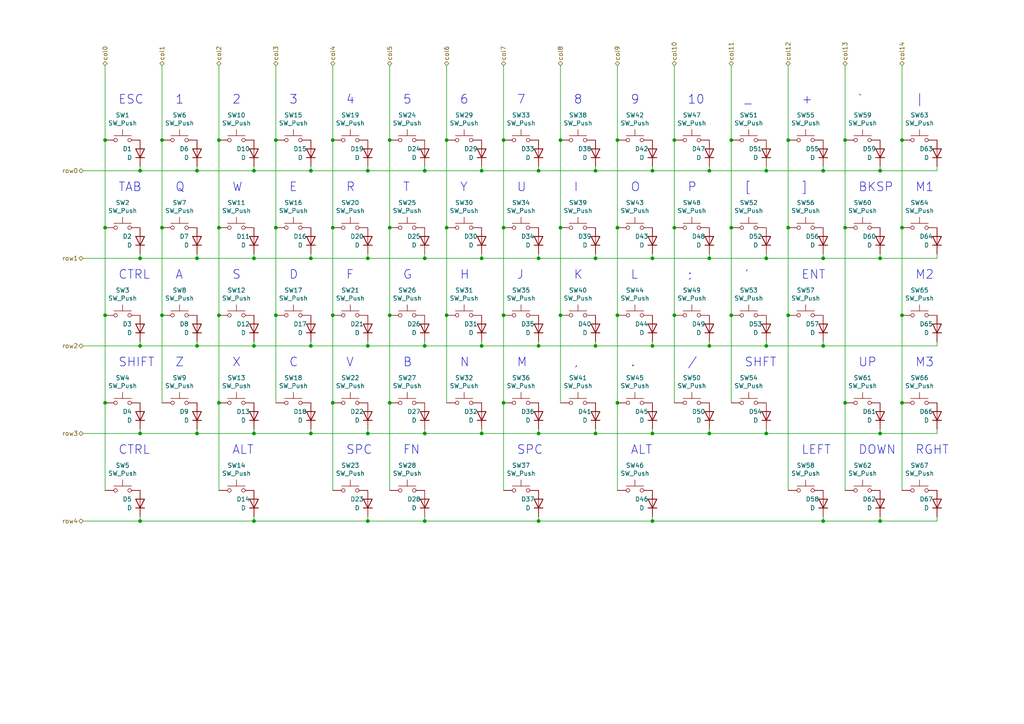
<source format=kicad_sch>
(kicad_sch (version 20230121) (generator eeschema)
  (paper "A4")
  (junction (at 57.15 100.33))
  (junction (at 96.52 40.64))
  (junction (at 162.56 40.64))
  (junction (at 156.21 100.33))
  (junction (at 172.72 74.93))
  (junction (at 46.99 40.64))
  (junction (at 238.76 74.93))
  (junction (at 172.72 100.33))
  (junction (at 222.25 100.33))
  (junction (at 212.09 40.64))
  (junction (at 63.5 66.04))
  (junction (at 245.11 40.64))
  (junction (at 195.58 66.04))
  (junction (at 80.01 66.04))
  (junction (at 212.09 66.04))
  (junction (at 73.66 100.33))
  (junction (at 156.21 49.53))
  (junction (at 80.01 91.44))
  (junction (at 46.99 91.44))
  (junction (at 63.5 91.44))
  (junction (at 106.68 151.13))
  (junction (at 106.68 49.53))
  (junction (at 205.74 125.73))
  (junction (at 162.56 91.44))
  (junction (at 139.7 125.73))
  (junction (at 189.23 151.13))
  (junction (at 255.27 125.73))
  (junction (at 139.7 74.93))
  (junction (at 96.52 91.44))
  (junction (at 90.17 74.93))
  (junction (at 261.62 66.04))
  (junction (at 146.05 66.04))
  (junction (at 179.07 66.04))
  (junction (at 261.62 91.44))
  (junction (at 255.27 151.13))
  (junction (at 238.76 49.53))
  (junction (at 90.17 49.53))
  (junction (at 195.58 91.44))
  (junction (at 139.7 100.33))
  (junction (at 189.23 49.53))
  (junction (at 189.23 125.73))
  (junction (at 96.52 66.04))
  (junction (at 228.6 66.04))
  (junction (at 205.74 74.93))
  (junction (at 106.68 100.33))
  (junction (at 245.11 116.84))
  (junction (at 189.23 74.93))
  (junction (at 162.56 66.04))
  (junction (at 255.27 49.53))
  (junction (at 40.64 74.93))
  (junction (at 90.17 100.33))
  (junction (at 106.68 74.93))
  (junction (at 123.19 100.33))
  (junction (at 63.5 40.64))
  (junction (at 179.07 40.64))
  (junction (at 255.27 74.93))
  (junction (at 106.68 125.73))
  (junction (at 57.15 49.53))
  (junction (at 30.48 91.44))
  (junction (at 146.05 40.64))
  (junction (at 113.03 116.84))
  (junction (at 205.74 49.53))
  (junction (at 123.19 74.93))
  (junction (at 261.62 116.84))
  (junction (at 205.74 100.33))
  (junction (at 113.03 91.44))
  (junction (at 129.54 91.44))
  (junction (at 222.25 125.73))
  (junction (at 30.48 40.64))
  (junction (at 179.07 116.84))
  (junction (at 40.64 151.13))
  (junction (at 30.48 116.84))
  (junction (at 228.6 91.44))
  (junction (at 139.7 49.53))
  (junction (at 172.72 49.53))
  (junction (at 245.11 66.04))
  (junction (at 195.58 40.64))
  (junction (at 156.21 74.93))
  (junction (at 90.17 125.73))
  (junction (at 238.76 151.13))
  (junction (at 46.99 66.04))
  (junction (at 113.03 66.04))
  (junction (at 40.64 100.33))
  (junction (at 222.25 49.53))
  (junction (at 73.66 74.93))
  (junction (at 146.05 116.84))
  (junction (at 73.66 151.13))
  (junction (at 222.25 74.93))
  (junction (at 123.19 49.53))
  (junction (at 57.15 125.73))
  (junction (at 172.72 125.73))
  (junction (at 73.66 49.53))
  (junction (at 129.54 40.64))
  (junction (at 80.01 40.64))
  (junction (at 123.19 151.13))
  (junction (at 212.09 91.44))
  (junction (at 179.07 91.44))
  (junction (at 63.5 116.84))
  (junction (at 30.48 66.04))
  (junction (at 189.23 100.33))
  (junction (at 73.66 125.73))
  (junction (at 96.52 116.84))
  (junction (at 113.03 40.64))
  (junction (at 261.62 40.64))
  (junction (at 129.54 66.04))
  (junction (at 238.76 100.33))
  (junction (at 57.15 74.93))
  (junction (at 40.64 125.73))
  (junction (at 146.05 91.44))
  (junction (at 156.21 125.73))
  (junction (at 228.6 40.64))
  (junction (at 123.19 125.73))
  (junction (at 156.21 151.13))
  (junction (at 40.64 49.53))
  (wire (pts (xy 73.66 125.73) (xy 90.17 125.73)))
  (wire (pts (xy 40.64 48.26) (xy 40.64 49.53)))
  (wire (pts (xy 189.23 48.26) (xy 189.23 49.53)))
  (wire (pts (xy 255.27 149.86) (xy 255.27 151.13)))
  (wire (pts (xy 255.27 73.66) (xy 255.27 74.93)))
  (wire (pts (xy 238.76 151.13) (xy 255.27 151.13)))
  (wire (pts (xy 123.19 124.46) (xy 123.19 125.73)))
  (wire (pts (xy 123.19 49.53) (xy 139.7 49.53)))
  (wire (pts (xy 73.66 149.86) (xy 73.66 151.13)))
  (wire (pts (xy 205.74 100.33) (xy 222.25 100.33)))
  (wire (pts (xy 172.72 125.73) (xy 189.23 125.73)))
  (wire (pts (xy 195.58 40.64) (xy 195.58 66.04)))
  (wire (pts (xy 271.78 99.06) (xy 271.78 100.33)))
  (wire (pts (xy 90.17 74.93) (xy 106.68 74.93)))
  (wire (pts (xy 139.7 48.26) (xy 139.7 49.53)))
  (wire (pts (xy 212.09 19.05) (xy 212.09 40.64)))
  (wire (pts (xy 40.64 149.86) (xy 40.64 151.13)))
  (wire (pts (xy 212.09 66.04) (xy 212.09 91.44)))
  (wire (pts (xy 139.7 74.93) (xy 156.21 74.93)))
  (wire (pts (xy 129.54 66.04) (xy 129.54 91.44)))
  (wire (pts (xy 90.17 48.26) (xy 90.17 49.53)))
  (wire (pts (xy 245.11 40.64) (xy 245.11 66.04)))
  (wire (pts (xy 205.74 49.53) (xy 222.25 49.53)))
  (wire (pts (xy 40.64 124.46) (xy 40.64 125.73)))
  (wire (pts (xy 212.09 40.64) (xy 212.09 66.04)))
  (wire (pts (xy 106.68 151.13) (xy 123.19 151.13)))
  (wire (pts (xy 57.15 125.73) (xy 73.66 125.73)))
  (wire (pts (xy 129.54 40.64) (xy 129.54 66.04)))
  (wire (pts (xy 73.66 48.26) (xy 73.66 49.53)))
  (wire (pts (xy 261.62 19.05) (xy 261.62 40.64)))
  (wire (pts (xy 63.5 116.84) (xy 63.5 142.24)))
  (wire (pts (xy 261.62 66.04) (xy 261.62 91.44)))
  (wire (pts (xy 57.15 73.66) (xy 57.15 74.93)))
  (wire (pts (xy 156.21 74.93) (xy 172.72 74.93)))
  (wire (pts (xy 96.52 40.64) (xy 96.52 66.04)))
  (wire (pts (xy 90.17 49.53) (xy 106.68 49.53)))
  (wire (pts (xy 46.99 66.04) (xy 46.99 91.44)))
  (wire (pts (xy 189.23 149.86) (xy 189.23 151.13)))
  (wire (pts (xy 156.21 151.13) (xy 189.23 151.13)))
  (wire (pts (xy 238.76 74.93) (xy 255.27 74.93)))
  (wire (pts (xy 271.78 124.46) (xy 271.78 125.73)))
  (wire (pts (xy 63.5 40.64) (xy 63.5 66.04)))
  (wire (pts (xy 123.19 99.06) (xy 123.19 100.33)))
  (wire (pts (xy 106.68 100.33) (xy 123.19 100.33)))
  (wire (pts (xy 238.76 73.66) (xy 238.76 74.93)))
  (wire (pts (xy 96.52 91.44) (xy 96.52 116.84)))
  (wire (pts (xy 24.13 125.73) (xy 40.64 125.73)))
  (wire (pts (xy 146.05 116.84) (xy 146.05 142.24)))
  (wire (pts (xy 162.56 40.64) (xy 162.56 66.04)))
  (wire (pts (xy 179.07 40.64) (xy 179.07 66.04)))
  (wire (pts (xy 195.58 91.44) (xy 195.58 116.84)))
  (wire (pts (xy 113.03 116.84) (xy 113.03 142.24)))
  (wire (pts (xy 30.48 19.05) (xy 30.48 40.64)))
  (wire (pts (xy 179.07 19.05) (xy 179.07 40.64)))
  (wire (pts (xy 228.6 66.04) (xy 228.6 91.44)))
  (wire (pts (xy 189.23 73.66) (xy 189.23 74.93)))
  (wire (pts (xy 189.23 124.46) (xy 189.23 125.73)))
  (wire (pts (xy 90.17 100.33) (xy 106.68 100.33)))
  (wire (pts (xy 172.72 74.93) (xy 189.23 74.93)))
  (wire (pts (xy 146.05 66.04) (xy 146.05 91.44)))
  (wire (pts (xy 30.48 66.04) (xy 30.48 91.44)))
  (wire (pts (xy 113.03 66.04) (xy 113.03 91.44)))
  (wire (pts (xy 195.58 66.04) (xy 195.58 91.44)))
  (wire (pts (xy 40.64 74.93) (xy 57.15 74.93)))
  (wire (pts (xy 24.13 74.93) (xy 40.64 74.93)))
  (wire (pts (xy 205.74 74.93) (xy 222.25 74.93)))
  (wire (pts (xy 156.21 100.33) (xy 172.72 100.33)))
  (wire (pts (xy 195.58 19.05) (xy 195.58 40.64)))
  (wire (pts (xy 189.23 49.53) (xy 205.74 49.53)))
  (wire (pts (xy 106.68 49.53) (xy 123.19 49.53)))
  (wire (pts (xy 189.23 99.06) (xy 189.23 100.33)))
  (wire (pts (xy 106.68 149.86) (xy 106.68 151.13)))
  (wire (pts (xy 222.25 49.53) (xy 238.76 49.53)))
  (wire (pts (xy 30.48 91.44) (xy 30.48 116.84)))
  (wire (pts (xy 80.01 19.05) (xy 80.01 40.64)))
  (wire (pts (xy 24.13 151.13) (xy 40.64 151.13)))
  (wire (pts (xy 222.25 48.26) (xy 222.25 49.53)))
  (wire (pts (xy 57.15 100.33) (xy 73.66 100.33)))
  (wire (pts (xy 162.56 66.04) (xy 162.56 91.44)))
  (wire (pts (xy 228.6 40.64) (xy 228.6 66.04)))
  (wire (pts (xy 255.27 49.53) (xy 271.78 49.53)))
  (wire (pts (xy 172.72 48.26) (xy 172.72 49.53)))
  (wire (pts (xy 238.76 149.86) (xy 238.76 151.13)))
  (wire (pts (xy 24.13 49.53) (xy 40.64 49.53)))
  (wire (pts (xy 156.21 49.53) (xy 172.72 49.53)))
  (wire (pts (xy 189.23 100.33) (xy 205.74 100.33)))
  (wire (pts (xy 40.64 125.73) (xy 57.15 125.73)))
  (wire (pts (xy 245.11 66.04) (xy 245.11 116.84)))
  (wire (pts (xy 222.25 74.93) (xy 238.76 74.93)))
  (wire (pts (xy 46.99 91.44) (xy 46.99 116.84)))
  (wire (pts (xy 139.7 73.66) (xy 139.7 74.93)))
  (wire (pts (xy 123.19 74.93) (xy 139.7 74.93)))
  (wire (pts (xy 255.27 48.26) (xy 255.27 49.53)))
  (wire (pts (xy 90.17 124.46) (xy 90.17 125.73)))
  (wire (pts (xy 238.76 49.53) (xy 255.27 49.53)))
  (wire (pts (xy 113.03 40.64) (xy 113.03 66.04)))
  (wire (pts (xy 139.7 100.33) (xy 156.21 100.33)))
  (wire (pts (xy 162.56 19.05) (xy 162.56 40.64)))
  (wire (pts (xy 123.19 48.26) (xy 123.19 49.53)))
  (wire (pts (xy 40.64 100.33) (xy 57.15 100.33)))
  (wire (pts (xy 57.15 49.53) (xy 73.66 49.53)))
  (wire (pts (xy 156.21 73.66) (xy 156.21 74.93)))
  (wire (pts (xy 63.5 91.44) (xy 63.5 116.84)))
  (wire (pts (xy 172.72 100.33) (xy 189.23 100.33)))
  (wire (pts (xy 205.74 124.46) (xy 205.74 125.73)))
  (wire (pts (xy 255.27 151.13) (xy 271.78 151.13)))
  (wire (pts (xy 73.66 99.06) (xy 73.66 100.33)))
  (wire (pts (xy 261.62 91.44) (xy 261.62 116.84)))
  (wire (pts (xy 90.17 125.73) (xy 106.68 125.73)))
  (wire (pts (xy 57.15 99.06) (xy 57.15 100.33)))
  (wire (pts (xy 271.78 73.66) (xy 271.78 74.93)))
  (wire (pts (xy 123.19 125.73) (xy 139.7 125.73)))
  (wire (pts (xy 96.52 116.84) (xy 96.52 142.24)))
  (wire (pts (xy 123.19 149.86) (xy 123.19 151.13)))
  (wire (pts (xy 139.7 125.73) (xy 156.21 125.73)))
  (wire (pts (xy 113.03 19.05) (xy 113.03 40.64)))
  (wire (pts (xy 40.64 73.66) (xy 40.64 74.93)))
  (wire (pts (xy 139.7 99.06) (xy 139.7 100.33)))
  (wire (pts (xy 57.15 48.26) (xy 57.15 49.53)))
  (wire (pts (xy 30.48 116.84) (xy 30.48 142.24)))
  (wire (pts (xy 261.62 40.64) (xy 261.62 66.04)))
  (wire (pts (xy 40.64 151.13) (xy 73.66 151.13)))
  (wire (pts (xy 80.01 91.44) (xy 80.01 116.84)))
  (wire (pts (xy 212.09 91.44) (xy 212.09 116.84)))
  (wire (pts (xy 106.68 73.66) (xy 106.68 74.93)))
  (wire (pts (xy 238.76 48.26) (xy 238.76 49.53)))
  (wire (pts (xy 63.5 19.05) (xy 63.5 40.64)))
  (wire (pts (xy 245.11 19.05) (xy 245.11 40.64)))
  (wire (pts (xy 40.64 99.06) (xy 40.64 100.33)))
  (wire (pts (xy 106.68 124.46) (xy 106.68 125.73)))
  (wire (pts (xy 156.21 48.26) (xy 156.21 49.53)))
  (wire (pts (xy 73.66 151.13) (xy 106.68 151.13)))
  (wire (pts (xy 73.66 74.93) (xy 90.17 74.93)))
  (wire (pts (xy 205.74 48.26) (xy 205.74 49.53)))
  (wire (pts (xy 146.05 40.64) (xy 146.05 66.04)))
  (wire (pts (xy 172.72 124.46) (xy 172.72 125.73)))
  (wire (pts (xy 156.21 99.06) (xy 156.21 100.33)))
  (wire (pts (xy 73.66 49.53) (xy 90.17 49.53)))
  (wire (pts (xy 156.21 149.86) (xy 156.21 151.13)))
  (wire (pts (xy 80.01 40.64) (xy 80.01 66.04)))
  (wire (pts (xy 106.68 74.93) (xy 123.19 74.93)))
  (wire (pts (xy 129.54 19.05) (xy 129.54 40.64)))
  (wire (pts (xy 46.99 19.05) (xy 46.99 40.64)))
  (wire (pts (xy 228.6 19.05) (xy 228.6 40.64)))
  (wire (pts (xy 222.25 124.46) (xy 222.25 125.73)))
  (wire (pts (xy 96.52 19.05) (xy 96.52 40.64)))
  (wire (pts (xy 90.17 99.06) (xy 90.17 100.33)))
  (wire (pts (xy 238.76 99.06) (xy 238.76 100.33)))
  (wire (pts (xy 189.23 151.13) (xy 238.76 151.13)))
  (wire (pts (xy 172.72 99.06) (xy 172.72 100.33)))
  (wire (pts (xy 261.62 116.84) (xy 261.62 142.24)))
  (wire (pts (xy 205.74 125.73) (xy 222.25 125.73)))
  (wire (pts (xy 57.15 74.93) (xy 73.66 74.93)))
  (wire (pts (xy 73.66 124.46) (xy 73.66 125.73)))
  (wire (pts (xy 172.72 73.66) (xy 172.72 74.93)))
  (wire (pts (xy 24.13 100.33) (xy 40.64 100.33)))
  (wire (pts (xy 255.27 74.93) (xy 271.78 74.93)))
  (wire (pts (xy 30.48 40.64) (xy 30.48 66.04)))
  (wire (pts (xy 139.7 49.53) (xy 156.21 49.53)))
  (wire (pts (xy 255.27 124.46) (xy 255.27 125.73)))
  (wire (pts (xy 271.78 48.26) (xy 271.78 49.53)))
  (wire (pts (xy 80.01 66.04) (xy 80.01 91.44)))
  (wire (pts (xy 189.23 74.93) (xy 205.74 74.93)))
  (wire (pts (xy 57.15 124.46) (xy 57.15 125.73)))
  (wire (pts (xy 63.5 66.04) (xy 63.5 91.44)))
  (wire (pts (xy 238.76 100.33) (xy 271.78 100.33)))
  (wire (pts (xy 162.56 91.44) (xy 162.56 116.84)))
  (wire (pts (xy 123.19 73.66) (xy 123.19 74.93)))
  (wire (pts (xy 271.78 149.86) (xy 271.78 151.13)))
  (wire (pts (xy 139.7 124.46) (xy 139.7 125.73)))
  (wire (pts (xy 106.68 48.26) (xy 106.68 49.53)))
  (wire (pts (xy 222.25 100.33) (xy 238.76 100.33)))
  (wire (pts (xy 179.07 116.84) (xy 179.07 142.24)))
  (wire (pts (xy 106.68 125.73) (xy 123.19 125.73)))
  (wire (pts (xy 146.05 19.05) (xy 146.05 40.64)))
  (wire (pts (xy 179.07 66.04) (xy 179.07 91.44)))
  (wire (pts (xy 205.74 73.66) (xy 205.74 74.93)))
  (wire (pts (xy 96.52 66.04) (xy 96.52 91.44)))
  (wire (pts (xy 46.99 40.64) (xy 46.99 66.04)))
  (wire (pts (xy 90.17 73.66) (xy 90.17 74.93)))
  (wire (pts (xy 129.54 91.44) (xy 129.54 116.84)))
  (wire (pts (xy 113.03 91.44) (xy 113.03 116.84)))
  (wire (pts (xy 189.23 125.73) (xy 205.74 125.73)))
  (wire (pts (xy 228.6 91.44) (xy 228.6 142.24)))
  (wire (pts (xy 172.72 49.53) (xy 189.23 49.53)))
  (wire (pts (xy 255.27 125.73) (xy 271.78 125.73)))
  (wire (pts (xy 179.07 91.44) (xy 179.07 116.84)))
  (wire (pts (xy 106.68 99.06) (xy 106.68 100.33)))
  (wire (pts (xy 123.19 151.13) (xy 156.21 151.13)))
  (wire (pts (xy 222.25 125.73) (xy 255.27 125.73)))
  (wire (pts (xy 73.66 100.33) (xy 90.17 100.33)))
  (wire (pts (xy 73.66 73.66) (xy 73.66 74.93)))
  (wire (pts (xy 222.25 99.06) (xy 222.25 100.33)))
  (wire (pts (xy 156.21 124.46) (xy 156.21 125.73)))
  (wire (pts (xy 123.19 100.33) (xy 139.7 100.33)))
  (wire (pts (xy 222.25 73.66) (xy 222.25 74.93)))
  (wire (pts (xy 205.74 99.06) (xy 205.74 100.33)))
  (wire (pts (xy 40.64 49.53) (xy 57.15 49.53)))
  (wire (pts (xy 146.05 91.44) (xy 146.05 116.84)))
  (wire (pts (xy 156.21 125.73) (xy 172.72 125.73)))
  (wire (pts (xy 245.11 116.84) (xy 245.11 142.24)))
  (text "M3" (at 265.43 106.68 0) (effects (font (size 2.54 2.54)) (justify left bottom)))
  (text "S" (at 67.31 81.28 0) (effects (font (size 2.54 2.54)) (justify left bottom)))
  (text "8" (at 166.37 30.48 0) (effects (font (size 2.54 2.54)) (justify left bottom)))
  (text "V" (at 100.33 106.68 0) (effects (font (size 2.54 2.54)) (justify left bottom)))
  (text "1" (at 50.8 30.48 0) (effects (font (size 2.54 2.54)) (justify left bottom)))
  (text "_" (at 215.9 30.48 0) (effects (font (size 2.54 2.54)) (justify left bottom)))
  (text "+" (at 232.41 30.48 0) (effects (font (size 2.54 2.54)) (justify left bottom)))
  (text "SHFT" (at 215.9 106.68 0) (effects (font (size 2.54 2.54)) (justify left bottom)))
  (text "9" (at 182.88 30.48 0) (effects (font (size 2.54 2.54)) (justify left bottom)))
  (text "I" (at 166.37 55.88 0) (effects (font (size 2.54 2.54)) (justify left bottom)))
  (text ".\n" (at 182.88 106.68 0) (effects (font (size 2.54 2.54)) (justify left bottom)))
  (text "5" (at 116.84 30.48 0) (effects (font (size 2.54 2.54)) (justify left bottom)))
  (text "'" (at 215.9 81.28 0) (effects (font (size 2.54 2.54)) (justify left bottom)))
  (text "F" (at 100.33 81.28 0) (effects (font (size 2.54 2.54)) (justify left bottom)))
  (text "/" (at 199.39 106.68 0) (effects (font (size 2.54 2.54)) (justify left bottom)))
  (text "O" (at 182.88 55.88 0) (effects (font (size 2.54 2.54)) (justify left bottom)))
  (text "G" (at 116.84 81.28 0) (effects (font (size 2.54 2.54)) (justify left bottom)))
  (text "D" (at 83.82 81.28 0) (effects (font (size 2.54 2.54)) (justify left bottom)))
  (text "UP" (at 248.92 106.68 0) (effects (font (size 2.54 2.54)) (justify left bottom)))
  (text "M2" (at 265.43 81.28 0) (effects (font (size 2.54 2.54)) (justify left bottom)))
  (text "7" (at 149.86 30.48 0) (effects (font (size 2.54 2.54)) (justify left bottom)))
  (text "X" (at 67.31 106.68 0) (effects (font (size 2.54 2.54)) (justify left bottom)))
  (text "SPC" (at 100.33 132.08 0) (effects (font (size 2.54 2.54)) (justify left bottom)))
  (text "ALT" (at 67.31 132.08 0) (effects (font (size 2.54 2.54)) (justify left bottom)))
  (text "|" (at 265.43 30.48 0) (effects (font (size 2.54 2.54)) (justify left bottom)))
  (text "Q" (at 50.8 55.88 0) (effects (font (size 2.54 2.54)) (justify left bottom)))
  (text "CTRL" (at 34.29 132.08 0) (effects (font (size 2.54 2.54)) (justify left bottom)))
  (text "N" (at 133.35 106.68 0) (effects (font (size 2.54 2.54)) (justify left bottom)))
  (text "ESC" (at 34.29 30.48 0) (effects (font (size 2.54 2.54)) (justify left bottom)))
  (text "10" (at 199.39 30.48 0) (effects (font (size 2.54 2.54)) (justify left bottom)))
  (text "E" (at 83.82 55.88 0) (effects (font (size 2.54 2.54)) (justify left bottom)))
  (text "TAB" (at 34.29 55.88 0) (effects (font (size 2.54 2.54)) (justify left bottom)))
  (text ";" (at 199.39 81.28 0) (effects (font (size 2.54 2.54)) (justify left bottom)))
  (text "SPC" (at 149.86 132.08 0) (effects (font (size 2.54 2.54)) (justify left bottom)))
  (text "W" (at 67.31 55.88 0) (effects (font (size 2.54 2.54)) (justify left bottom)))
  (text "3" (at 83.82 30.48 0) (effects (font (size 2.54 2.54)) (justify left bottom)))
  (text "4" (at 100.33 30.48 0) (effects (font (size 2.54 2.54)) (justify left bottom)))
  (text "R" (at 100.33 55.88 0) (effects (font (size 2.54 2.54)) (justify left bottom)))
  (text "U" (at 149.86 55.88 0) (effects (font (size 2.54 2.54)) (justify left bottom)))
  (text "L" (at 182.88 81.28 0) (effects (font (size 2.54 2.54)) (justify left bottom)))
  (text "2" (at 67.31 30.48 0) (effects (font (size 2.54 2.54)) (justify left bottom)))
  (text "ALT" (at 182.88 132.08 0) (effects (font (size 2.54 2.54)) (justify left bottom)))
  (text "T" (at 116.84 55.88 0) (effects (font (size 2.54 2.54)) (justify left bottom)))
  (text "," (at 166.37 106.68 0) (effects (font (size 2.54 2.54)) (justify left bottom)))
  (text "K" (at 166.37 81.28 0) (effects (font (size 2.54 2.54)) (justify left bottom)))
  (text "SHIFT" (at 34.29 106.68 0) (effects (font (size 2.54 2.54)) (justify left bottom)))
  (text "`" (at 248.92 30.48 0) (effects (font (size 2.54 2.54)) (justify left bottom)))
  (text "M1" (at 265.43 55.88 0) (effects (font (size 2.54 2.54)) (justify left bottom)))
  (text "BKSP" (at 248.92 55.88 0) (effects (font (size 2.54 2.54)) (justify left bottom)))
  (text "H" (at 133.35 81.28 0) (effects (font (size 2.54 2.54)) (justify left bottom)))
  (text "C" (at 83.82 106.68 0) (effects (font (size 2.54 2.54)) (justify left bottom)))
  (text "LEFT" (at 232.41 132.08 0) (effects (font (size 2.54 2.54)) (justify left bottom)))
  (text "6" (at 133.35 30.48 0) (effects (font (size 2.54 2.54)) (justify left bottom)))
  (text "B" (at 116.84 106.68 0) (effects (font (size 2.54 2.54)) (justify left bottom)))
  (text "Y" (at 133.35 55.88 0) (effects (font (size 2.54 2.54)) (justify left bottom)))
  (text "CTRL" (at 34.29 81.28 0) (effects (font (size 2.54 2.54)) (justify left bottom)))
  (text "[" (at 215.9 55.88 0) (effects (font (size 2.54 2.54)) (justify left bottom)))
  (text "Z" (at 50.8 106.68 0) (effects (font (size 2.54 2.54)) (justify left bottom)))
  (text "A" (at 50.8 81.28 0) (effects (font (size 2.54 2.54)) (justify left bottom)))
  (text "M" (at 149.86 106.68 0) (effects (font (size 2.54 2.54)) (justify left bottom)))
  (text "P" (at 199.39 55.88 0) (effects (font (size 2.54 2.54)) (justify left bottom)))
  (text "J" (at 149.86 81.28 0) (effects (font (size 2.54 2.54)) (justify left bottom)))
  (text "RGHT\n" (at 265.43 132.08 0) (effects (font (size 2.54 2.54)) (justify left bottom)))
  (text "]" (at 232.41 55.88 0) (effects (font (size 2.54 2.54)) (justify left bottom)))
  (text "DOWN" (at 248.92 132.08 0) (effects (font (size 2.54 2.54)) (justify left bottom)))
  (text "ENT" (at 232.41 81.28 0) (effects (font (size 2.54 2.54)) (justify left bottom)))
  (text "FN" (at 116.84 132.08 0) (effects (font (size 2.54 2.54)) (justify left bottom)))
  (hierarchical_label "col9" (shape tri_state) (at 179.07 19.05 90))
  (hierarchical_label "row3" (shape tri_state) (at 24.13 125.73 180))
  (hierarchical_label "row4" (shape tri_state) (at 24.13 151.13 180))
  (hierarchical_label "row0" (shape tri_state) (at 24.13 49.53 180))
  (hierarchical_label "col7" (shape tri_state) (at 146.05 19.05 90))
  (hierarchical_label "row1" (shape tri_state) (at 24.13 74.93 180))
  (hierarchical_label "col5" (shape tri_state) (at 113.03 19.05 90))
  (hierarchical_label "row2" (shape tri_state) (at 24.13 100.33 180))
  (hierarchical_label "col8" (shape tri_state) (at 162.56 19.05 90))
  (hierarchical_label "col13" (shape tri_state) (at 245.11 19.05 90))
  (hierarchical_label "col10" (shape tri_state) (at 195.58 19.05 90))
  (hierarchical_label "col4" (shape tri_state) (at 96.52 19.05 90))
  (hierarchical_label "col6" (shape tri_state) (at 129.54 19.05 90))
  (hierarchical_label "col11" (shape tri_state) (at 212.09 19.05 90))
  (hierarchical_label "col3" (shape tri_state) (at 80.01 19.05 90))
  (hierarchical_label "col0" (shape tri_state) (at 30.48 19.05 90))
  (hierarchical_label "col1" (shape tri_state) (at 46.99 19.05 90))
  (hierarchical_label "col14" (shape tri_state) (at 261.62 19.05 90))
  (hierarchical_label "col12" (shape tri_state) (at 228.6 19.05 90))
  (hierarchical_label "col2" (shape tri_state) (at 63.5 19.05 90))
  (symbol (lib_id "Switch:SW_Push") (at 35.56 40.64 0) (unit 1)
    (property "Reference" "SW1" (at 35.56 33.401 0))
    (property "Value" "SW_Push" (at 35.56 35.7124 0))
    (property "Footprint" "MX_Switch:SW_Cherry_MX_1.00u_PCB" (effects hide))
  )
  (symbol (lib_id "Device:D") (at 40.64 44.45 90) (unit 1)
    (property "Reference" "D1" (at 35.56 43.18 90) (effects (justify right)))
    (property "Value" "D" (at 36.83 45.72 90) (effects (justify right)))
    (property "Footprint" "Diodes_SMD:D_SOD-123" (effects hide))
  )
  (symbol (lib_id "Switch:SW_Push") (at 52.07 40.64 0) (unit 1)
    (property "Reference" "SW6" (at 52.07 33.401 0))
    (property "Value" "SW_Push" (at 52.07 35.7124 0))
    (property "Footprint" "MX_Switch:SW_Cherry_MX_1.00u_PCB" (effects hide))
  )
  (symbol (lib_id "Switch:SW_Push") (at 35.56 66.04 0) (unit 1)
    (property "Reference" "SW2" (at 35.56 58.801 0))
    (property "Value" "SW_Push" (at 35.56 61.1124 0))
    (property "Footprint" "MX_Switch:SW_Cherry_MX_1.50u_PCB" (effects hide))
  )
  (symbol (lib_id "Device:D") (at 40.64 69.85 90) (unit 1)
    (property "Reference" "D2" (at 35.56 68.58 90) (effects (justify right)))
    (property "Value" "D" (at 36.83 71.12 90) (effects (justify right)))
    (property "Footprint" "Diodes_SMD:D_SOD-123" (effects hide))
  )
  (symbol (lib_id "Device:D") (at 57.15 44.45 90) (unit 1)
    (property "Reference" "D6" (at 52.07 43.18 90) (effects (justify right)))
    (property "Value" "D" (at 53.34 45.72 90) (effects (justify right)))
    (property "Footprint" "Diodes_SMD:D_SOD-123" (effects hide))
  )
  (symbol (lib_id "Switch:SW_Push") (at 52.07 66.04 0) (unit 1)
    (property "Reference" "SW7" (at 52.07 58.801 0))
    (property "Value" "SW_Push" (at 52.07 61.1124 0))
    (property "Footprint" "MX_Switch:SW_Cherry_MX_1.00u_PCB" (effects hide))
  )
  (symbol (lib_id "Device:D") (at 57.15 69.85 90) (unit 1)
    (property "Reference" "D7" (at 52.07 68.58 90) (effects (justify right)))
    (property "Value" "D" (at 53.34 71.12 90) (effects (justify right)))
    (property "Footprint" "Diodes_SMD:D_SOD-123" (effects hide))
  )
  (symbol (lib_id "Switch:SW_Push") (at 35.56 91.44 0) (unit 1)
    (property "Reference" "SW3" (at 35.56 84.201 0))
    (property "Value" "SW_Push" (at 35.56 86.5124 0))
    (property "Footprint" "MX_Switch:SW_Cherry_MX_1.75u_PCB" (effects hide))
  )
  (symbol (lib_id "Device:D") (at 40.64 95.25 90) (unit 1)
    (property "Reference" "D3" (at 35.56 93.98 90) (effects (justify right)))
    (property "Value" "D" (at 36.83 96.52 90) (effects (justify right)))
    (property "Footprint" "Diodes_SMD:D_SOD-123" (effects hide))
  )
  (symbol (lib_id "Switch:SW_Push") (at 35.56 116.84 0) (unit 1)
    (property "Reference" "SW4" (at 35.56 109.601 0))
    (property "Value" "SW_Push" (at 35.56 111.9124 0))
    (property "Footprint" "MX_Switch:SW_Cherry_MX_2.25u_PCB" (effects hide))
  )
  (symbol (lib_id "Switch:SW_Push") (at 35.56 142.24 0) (unit 1)
    (property "Reference" "SW5" (at 35.56 135.001 0))
    (property "Value" "SW_Push" (at 35.56 137.3124 0))
    (property "Footprint" "MX_Switch:SW_Cherry_MX_1.50u_PCB" (effects hide))
  )
  (symbol (lib_id "Device:D") (at 40.64 120.65 90) (unit 1)
    (property "Reference" "D4" (at 35.56 119.38 90) (effects (justify right)))
    (property "Value" "D" (at 36.83 121.92 90) (effects (justify right)))
    (property "Footprint" "Diodes_SMD:D_SOD-123" (effects hide))
  )
  (symbol (lib_id "Device:D") (at 40.64 146.05 90) (unit 1)
    (property "Reference" "D5" (at 35.56 144.78 90) (effects (justify right)))
    (property "Value" "D" (at 36.83 147.32 90) (effects (justify right)))
    (property "Footprint" "Diodes_SMD:D_SOD-123" (effects hide))
  )
  (symbol (lib_id "Switch:SW_Push") (at 52.07 91.44 0) (unit 1)
    (property "Reference" "SW8" (at 52.07 84.201 0))
    (property "Value" "SW_Push" (at 52.07 86.5124 0))
    (property "Footprint" "MX_Switch:SW_Cherry_MX_1.00u_PCB" (effects hide))
  )
  (symbol (lib_id "Switch:SW_Push") (at 52.07 116.84 0) (unit 1)
    (property "Reference" "SW9" (at 52.07 109.601 0))
    (property "Value" "SW_Push" (at 52.07 111.9124 0))
    (property "Footprint" "MX_Switch:SW_Cherry_MX_1.00u_PCB" (effects hide))
  )
  (symbol (lib_id "Device:D") (at 57.15 95.25 90) (unit 1)
    (property "Reference" "D8" (at 52.07 93.98 90) (effects (justify right)))
    (property "Value" "D" (at 53.34 96.52 90) (effects (justify right)))
    (property "Footprint" "Diodes_SMD:D_SOD-123" (effects hide))
  )
  (symbol (lib_id "Device:D") (at 57.15 120.65 90) (unit 1)
    (property "Reference" "D9" (at 52.07 119.38 90) (effects (justify right)))
    (property "Value" "D" (at 53.34 121.92 90) (effects (justify right)))
    (property "Footprint" "Diodes_SMD:D_SOD-123" (effects hide))
  )
  (symbol (lib_id "Switch:SW_Push") (at 68.58 40.64 0) (unit 1)
    (property "Reference" "SW10" (at 68.58 33.401 0))
    (property "Value" "SW_Push" (at 68.58 35.7124 0))
    (property "Footprint" "MX_Switch:SW_Cherry_MX_1.00u_PCB" (effects hide))
  )
  (symbol (lib_id "Device:D") (at 73.66 44.45 90) (unit 1)
    (property "Reference" "D10" (at 68.58 43.18 90) (effects (justify right)))
    (property "Value" "D" (at 69.85 45.72 90) (effects (justify right)))
    (property "Footprint" "Diodes_SMD:D_SOD-123" (effects hide))
  )
  (symbol (lib_id "Switch:SW_Push") (at 68.58 66.04 0) (unit 1)
    (property "Reference" "SW11" (at 68.58 58.801 0))
    (property "Value" "SW_Push" (at 68.58 61.1124 0))
    (property "Footprint" "MX_Switch:SW_Cherry_MX_1.00u_PCB" (effects hide))
  )
  (symbol (lib_id "Device:D") (at 73.66 69.85 90) (unit 1)
    (property "Reference" "D11" (at 68.58 68.58 90) (effects (justify right)))
    (property "Value" "D" (at 69.85 71.12 90) (effects (justify right)))
    (property "Footprint" "Diodes_SMD:D_SOD-123" (effects hide))
  )
  (symbol (lib_id "Switch:SW_Push") (at 68.58 91.44 0) (unit 1)
    (property "Reference" "SW12" (at 68.58 84.201 0))
    (property "Value" "SW_Push" (at 68.58 86.5124 0))
    (property "Footprint" "MX_Switch:SW_Cherry_MX_1.00u_PCB" (effects hide))
  )
  (symbol (lib_id "Switch:SW_Push") (at 68.58 116.84 0) (unit 1)
    (property "Reference" "SW13" (at 68.58 109.601 0))
    (property "Value" "SW_Push" (at 68.58 111.9124 0))
    (property "Footprint" "MX_Switch:SW_Cherry_MX_1.00u_PCB" (effects hide))
  )
  (symbol (lib_id "Switch:SW_Push") (at 68.58 142.24 0) (unit 1)
    (property "Reference" "SW14" (at 68.58 135.001 0))
    (property "Value" "SW_Push" (at 68.58 137.3124 0))
    (property "Footprint" "MX_Switch:SW_Cherry_MX_1.50u_PCB" (effects hide))
  )
  (symbol (lib_id "Device:D") (at 73.66 95.25 90) (unit 1)
    (property "Reference" "D12" (at 68.58 93.98 90) (effects (justify right)))
    (property "Value" "D" (at 69.85 96.52 90) (effects (justify right)))
    (property "Footprint" "Diodes_SMD:D_SOD-123" (effects hide))
  )
  (symbol (lib_id "Device:D") (at 73.66 120.65 90) (unit 1)
    (property "Reference" "D13" (at 68.58 119.38 90) (effects (justify right)))
    (property "Value" "D" (at 69.85 121.92 90) (effects (justify right)))
    (property "Footprint" "Diodes_SMD:D_SOD-123" (effects hide))
  )
  (symbol (lib_id "Device:D") (at 73.66 146.05 90) (unit 1)
    (property "Reference" "D14" (at 68.58 144.78 90) (effects (justify right)))
    (property "Value" "D" (at 69.85 147.32 90) (effects (justify right)))
    (property "Footprint" "Diodes_SMD:D_SOD-123" (effects hide))
  )
  (symbol (lib_id "Switch:SW_Push") (at 85.09 40.64 0) (unit 1)
    (property "Reference" "SW15" (at 85.09 33.401 0))
    (property "Value" "SW_Push" (at 85.09 35.7124 0))
    (property "Footprint" "MX_Switch:SW_Cherry_MX_1.00u_PCB" (effects hide))
  )
  (symbol (lib_id "Device:D") (at 90.17 44.45 90) (unit 1)
    (property "Reference" "D15" (at 85.09 43.18 90) (effects (justify right)))
    (property "Value" "D" (at 86.36 45.72 90) (effects (justify right)))
    (property "Footprint" "Diodes_SMD:D_SOD-123" (effects hide))
  )
  (symbol (lib_id "Switch:SW_Push") (at 85.09 66.04 0) (unit 1)
    (property "Reference" "SW16" (at 85.09 58.801 0))
    (property "Value" "SW_Push" (at 85.09 61.1124 0))
    (property "Footprint" "MX_Switch:SW_Cherry_MX_1.00u_PCB" (effects hide))
  )
  (symbol (lib_id "Device:D") (at 90.17 69.85 90) (unit 1)
    (property "Reference" "D16" (at 85.09 68.58 90) (effects (justify right)))
    (property "Value" "D" (at 86.36 71.12 90) (effects (justify right)))
    (property "Footprint" "Diodes_SMD:D_SOD-123" (effects hide))
  )
  (symbol (lib_id "Switch:SW_Push") (at 85.09 91.44 0) (unit 1)
    (property "Reference" "SW17" (at 85.09 84.201 0))
    (property "Value" "SW_Push" (at 85.09 86.5124 0))
    (property "Footprint" "MX_Switch:SW_Cherry_MX_1.00u_PCB" (effects hide))
  )
  (symbol (lib_id "Switch:SW_Push") (at 85.09 116.84 0) (unit 1)
    (property "Reference" "SW18" (at 85.09 109.601 0))
    (property "Value" "SW_Push" (at 85.09 111.9124 0))
    (property "Footprint" "MX_Switch:SW_Cherry_MX_1.00u_PCB" (effects hide))
  )
  (symbol (lib_id "Device:D") (at 90.17 95.25 90) (unit 1)
    (property "Reference" "D17" (at 85.09 93.98 90) (effects (justify right)))
    (property "Value" "D" (at 86.36 96.52 90) (effects (justify right)))
    (property "Footprint" "Diodes_SMD:D_SOD-123" (effects hide))
  )
  (symbol (lib_id "Device:D") (at 90.17 120.65 90) (unit 1)
    (property "Reference" "D18" (at 85.09 119.38 90) (effects (justify right)))
    (property "Value" "D" (at 86.36 121.92 90) (effects (justify right)))
    (property "Footprint" "Diodes_SMD:D_SOD-123" (effects hide))
  )
  (symbol (lib_id "Switch:SW_Push") (at 101.6 40.64 0) (unit 1)
    (property "Reference" "SW19" (at 101.6 33.401 0))
    (property "Value" "SW_Push" (at 101.6 35.7124 0))
    (property "Footprint" "MX_Switch:SW_Cherry_MX_1.00u_PCB" (effects hide))
  )
  (symbol (lib_id "Device:D") (at 106.68 44.45 90) (unit 1)
    (property "Reference" "D19" (at 101.6 43.18 90) (effects (justify right)))
    (property "Value" "D" (at 102.87 45.72 90) (effects (justify right)))
    (property "Footprint" "Diodes_SMD:D_SOD-123" (effects hide))
  )
  (symbol (lib_id "Switch:SW_Push") (at 101.6 66.04 0) (unit 1)
    (property "Reference" "SW20" (at 101.6 58.801 0))
    (property "Value" "SW_Push" (at 101.6 61.1124 0))
    (property "Footprint" "MX_Switch:SW_Cherry_MX_1.00u_PCB" (effects hide))
  )
  (symbol (lib_id "Device:D") (at 106.68 69.85 90) (unit 1)
    (property "Reference" "D20" (at 101.6 68.58 90) (effects (justify right)))
    (property "Value" "D" (at 102.87 71.12 90) (effects (justify right)))
    (property "Footprint" "Diodes_SMD:D_SOD-123" (effects hide))
  )
  (symbol (lib_id "Switch:SW_Push") (at 101.6 91.44 0) (unit 1)
    (property "Reference" "SW21" (at 101.6 84.201 0))
    (property "Value" "SW_Push" (at 101.6 86.5124 0))
    (property "Footprint" "MX_Switch:SW_Cherry_MX_1.00u_PCB" (effects hide))
  )
  (symbol (lib_id "Switch:SW_Push") (at 101.6 116.84 0) (unit 1)
    (property "Reference" "SW22" (at 101.6 109.601 0))
    (property "Value" "SW_Push" (at 101.6 111.9124 0))
    (property "Footprint" "MX_Switch:SW_Cherry_MX_1.00u_PCB" (effects hide))
  )
  (symbol (lib_id "Switch:SW_Push") (at 101.6 142.24 0) (unit 1)
    (property "Reference" "SW23" (at 101.6 135.001 0))
    (property "Value" "SW_Push" (at 101.6 137.3124 0))
    (property "Footprint" "MX_Switch:SW_Cherry_MX_2.00u_PCB_ReversedStabilizers" (effects hide))
  )
  (symbol (lib_id "Device:D") (at 106.68 95.25 90) (unit 1)
    (property "Reference" "D21" (at 101.6 93.98 90) (effects (justify right)))
    (property "Value" "D" (at 102.87 96.52 90) (effects (justify right)))
    (property "Footprint" "Diodes_SMD:D_SOD-123" (effects hide))
  )
  (symbol (lib_id "Device:D") (at 106.68 120.65 90) (unit 1)
    (property "Reference" "D22" (at 101.6 119.38 90) (effects (justify right)))
    (property "Value" "D" (at 102.87 121.92 90) (effects (justify right)))
    (property "Footprint" "Diodes_SMD:D_SOD-123" (effects hide))
  )
  (symbol (lib_id "Device:D") (at 106.68 146.05 90) (unit 1)
    (property "Reference" "D23" (at 101.6 144.78 90) (effects (justify right)))
    (property "Value" "D" (at 102.87 147.32 90) (effects (justify right)))
    (property "Footprint" "Diodes_SMD:D_SOD-123" (effects hide))
  )
  (symbol (lib_id "Switch:SW_Push") (at 118.11 40.64 0) (unit 1)
    (property "Reference" "SW24" (at 118.11 33.401 0))
    (property "Value" "SW_Push" (at 118.11 35.7124 0))
    (property "Footprint" "MX_Switch:SW_Cherry_MX_1.00u_PCB" (effects hide))
  )
  (symbol (lib_id "Device:D") (at 123.19 44.45 90) (unit 1)
    (property "Reference" "D24" (at 118.11 43.18 90) (effects (justify right)))
    (property "Value" "D" (at 119.38 45.72 90) (effects (justify right)))
    (property "Footprint" "Diodes_SMD:D_SOD-123" (effects hide))
  )
  (symbol (lib_id "Switch:SW_Push") (at 118.11 66.04 0) (unit 1)
    (property "Reference" "SW25" (at 118.11 58.801 0))
    (property "Value" "SW_Push" (at 118.11 61.1124 0))
    (property "Footprint" "MX_Switch:SW_Cherry_MX_1.00u_PCB" (effects hide))
  )
  (symbol (lib_id "Device:D") (at 123.19 69.85 90) (unit 1)
    (property "Reference" "D25" (at 118.11 68.58 90) (effects (justify right)))
    (property "Value" "D" (at 119.38 71.12 90) (effects (justify right)))
    (property "Footprint" "Diodes_SMD:D_SOD-123" (effects hide))
  )
  (symbol (lib_id "Switch:SW_Push") (at 118.11 91.44 0) (unit 1)
    (property "Reference" "SW26" (at 118.11 84.201 0))
    (property "Value" "SW_Push" (at 118.11 86.5124 0))
    (property "Footprint" "MX_Switch:SW_Cherry_MX_1.00u_PCB" (effects hide))
  )
  (symbol (lib_id "Switch:SW_Push") (at 118.11 116.84 0) (unit 1)
    (property "Reference" "SW27" (at 118.11 109.601 0))
    (property "Value" "SW_Push" (at 118.11 111.9124 0))
    (property "Footprint" "MX_Switch:SW_Cherry_MX_1.00u_PCB" (effects hide))
  )
  (symbol (lib_id "Switch:SW_Push") (at 118.11 142.24 0) (unit 1)
    (property "Reference" "SW28" (at 118.11 135.001 0))
    (property "Value" "SW_Push" (at 118.11 137.3124 0))
    (property "Footprint" "MX_Switch:SW_Cherry_MX_1.00u_PCB" (effects hide))
  )
  (symbol (lib_id "Device:D") (at 123.19 95.25 90) (unit 1)
    (property "Reference" "D26" (at 118.11 93.98 90) (effects (justify right)))
    (property "Value" "D" (at 119.38 96.52 90) (effects (justify right)))
    (property "Footprint" "Diodes_SMD:D_SOD-123" (effects hide))
  )
  (symbol (lib_id "Device:D") (at 123.19 120.65 90) (unit 1)
    (property "Reference" "D27" (at 118.11 119.38 90) (effects (justify right)))
    (property "Value" "D" (at 119.38 121.92 90) (effects (justify right)))
    (property "Footprint" "Diodes_SMD:D_SOD-123" (effects hide))
  )
  (symbol (lib_id "Device:D") (at 123.19 146.05 90) (unit 1)
    (property "Reference" "D28" (at 118.11 144.78 90) (effects (justify right)))
    (property "Value" "D" (at 119.38 147.32 90) (effects (justify right)))
    (property "Footprint" "Diodes_SMD:D_SOD-123" (effects hide))
  )
  (symbol (lib_id "Switch:SW_Push") (at 134.62 40.64 0) (unit 1)
    (property "Reference" "SW29" (at 134.62 33.401 0))
    (property "Value" "SW_Push" (at 134.62 35.7124 0))
    (property "Footprint" "MX_Switch:SW_Cherry_MX_1.00u_PCB" (effects hide))
  )
  (symbol (lib_id "Device:D") (at 139.7 44.45 90) (unit 1)
    (property "Reference" "D29" (at 134.62 43.18 90) (effects (justify right)))
    (property "Value" "D" (at 135.89 45.72 90) (effects (justify right)))
    (property "Footprint" "Diodes_SMD:D_SOD-123" (effects hide))
  )
  (symbol (lib_id "Switch:SW_Push") (at 134.62 66.04 0) (unit 1)
    (property "Reference" "SW30" (at 134.62 58.801 0))
    (property "Value" "SW_Push" (at 134.62 61.1124 0))
    (property "Footprint" "MX_Switch:SW_Cherry_MX_1.00u_PCB" (effects hide))
  )
  (symbol (lib_id "Device:D") (at 139.7 69.85 90) (unit 1)
    (property "Reference" "D30" (at 134.62 68.58 90) (effects (justify right)))
    (property "Value" "D" (at 135.89 71.12 90) (effects (justify right)))
    (property "Footprint" "Diodes_SMD:D_SOD-123" (effects hide))
  )
  (symbol (lib_id "Switch:SW_Push") (at 134.62 91.44 0) (unit 1)
    (property "Reference" "SW31" (at 134.62 84.201 0))
    (property "Value" "SW_Push" (at 134.62 86.5124 0))
    (property "Footprint" "MX_Switch:SW_Cherry_MX_1.00u_PCB" (effects hide))
  )
  (symbol (lib_id "Switch:SW_Push") (at 134.62 116.84 0) (unit 1)
    (property "Reference" "SW32" (at 134.62 109.601 0))
    (property "Value" "SW_Push" (at 134.62 111.9124 0))
    (property "Footprint" "MX_Switch:SW_Cherry_MX_1.00u_PCB" (effects hide))
  )
  (symbol (lib_id "Device:D") (at 139.7 95.25 90) (unit 1)
    (property "Reference" "D31" (at 134.62 93.98 90) (effects (justify right)))
    (property "Value" "D" (at 135.89 96.52 90) (effects (justify right)))
    (property "Footprint" "Diodes_SMD:D_SOD-123" (effects hide))
  )
  (symbol (lib_id "Device:D") (at 139.7 120.65 90) (unit 1)
    (property "Reference" "D32" (at 134.62 119.38 90) (effects (justify right)))
    (property "Value" "D" (at 135.89 121.92 90) (effects (justify right)))
    (property "Footprint" "Diodes_SMD:D_SOD-123" (effects hide))
  )
  (symbol (lib_id "Switch:SW_Push") (at 151.13 40.64 0) (unit 1)
    (property "Reference" "SW33" (at 151.13 33.401 0))
    (property "Value" "SW_Push" (at 151.13 35.7124 0))
    (property "Footprint" "MX_Switch:SW_Cherry_MX_1.00u_PCB" (effects hide))
  )
  (symbol (lib_id "Device:D") (at 156.21 44.45 90) (unit 1)
    (property "Reference" "D33" (at 151.13 43.18 90) (effects (justify right)))
    (property "Value" "D" (at 152.4 45.72 90) (effects (justify right)))
    (property "Footprint" "Diodes_SMD:D_SOD-123" (effects hide))
  )
  (symbol (lib_id "Switch:SW_Push") (at 151.13 66.04 0) (unit 1)
    (property "Reference" "SW34" (at 151.13 58.801 0))
    (property "Value" "SW_Push" (at 151.13 61.1124 0))
    (property "Footprint" "MX_Switch:SW_Cherry_MX_1.00u_PCB" (effects hide))
  )
  (symbol (lib_id "Device:D") (at 156.21 69.85 90) (unit 1)
    (property "Reference" "D34" (at 151.13 68.58 90) (effects (justify right)))
    (property "Value" "D" (at 152.4 71.12 90) (effects (justify right)))
    (property "Footprint" "Diodes_SMD:D_SOD-123" (effects hide))
  )
  (symbol (lib_id "Switch:SW_Push") (at 151.13 91.44 0) (unit 1)
    (property "Reference" "SW35" (at 151.13 84.201 0))
    (property "Value" "SW_Push" (at 151.13 86.5124 0))
    (property "Footprint" "MX_Switch:SW_Cherry_MX_1.00u_PCB" (effects hide))
  )
  (symbol (lib_id "Switch:SW_Push") (at 151.13 116.84 0) (unit 1)
    (property "Reference" "SW36" (at 151.13 109.601 0))
    (property "Value" "SW_Push" (at 151.13 111.9124 0))
    (property "Footprint" "MX_Switch:SW_Cherry_MX_1.00u_PCB" (effects hide))
  )
  (symbol (lib_id "Switch:SW_Push") (at 151.13 142.24 0) (unit 1)
    (property "Reference" "SW37" (at 151.13 135.001 0))
    (property "Value" "SW_Push" (at 151.13 137.3124 0))
    (property "Footprint" "MX_Switch:SW_Cherry_MX_2.75u_PCB_ReversedStabilizers" (effects hide))
  )
  (symbol (lib_id "Device:D") (at 156.21 95.25 90) (unit 1)
    (property "Reference" "D35" (at 151.13 93.98 90) (effects (justify right)))
    (property "Value" "D" (at 152.4 96.52 90) (effects (justify right)))
    (property "Footprint" "Diodes_SMD:D_SOD-123" (effects hide))
  )
  (symbol (lib_id "Device:D") (at 156.21 120.65 90) (unit 1)
    (property "Reference" "D36" (at 151.13 119.38 90) (effects (justify right)))
    (property "Value" "D" (at 152.4 121.92 90) (effects (justify right)))
    (property "Footprint" "Diodes_SMD:D_SOD-123" (effects hide))
  )
  (symbol (lib_id "Device:D") (at 156.21 146.05 90) (unit 1)
    (property "Reference" "D37" (at 151.13 144.78 90) (effects (justify right)))
    (property "Value" "D" (at 152.4 147.32 90) (effects (justify right)))
    (property "Footprint" "Diodes_SMD:D_SOD-123" (effects hide))
  )
  (symbol (lib_id "Switch:SW_Push") (at 167.64 40.64 0) (unit 1)
    (property "Reference" "SW38" (at 167.64 33.401 0))
    (property "Value" "SW_Push" (at 167.64 35.7124 0))
    (property "Footprint" "MX_Switch:SW_Cherry_MX_1.00u_PCB" (effects hide))
  )
  (symbol (lib_id "Device:D") (at 172.72 44.45 90) (unit 1)
    (property "Reference" "D38" (at 167.64 43.18 90) (effects (justify right)))
    (property "Value" "D" (at 168.91 45.72 90) (effects (justify right)))
    (property "Footprint" "Diodes_SMD:D_SOD-123" (effects hide))
  )
  (symbol (lib_id "Switch:SW_Push") (at 167.64 66.04 0) (unit 1)
    (property "Reference" "SW39" (at 167.64 58.801 0))
    (property "Value" "SW_Push" (at 167.64 61.1124 0))
    (property "Footprint" "MX_Switch:SW_Cherry_MX_1.00u_PCB" (effects hide))
  )
  (symbol (lib_id "Device:D") (at 172.72 69.85 90) (unit 1)
    (property "Reference" "D39" (at 167.64 68.58 90) (effects (justify right)))
    (property "Value" "D" (at 168.91 71.12 90) (effects (justify right)))
    (property "Footprint" "Diodes_SMD:D_SOD-123" (effects hide))
  )
  (symbol (lib_id "Switch:SW_Push") (at 167.64 91.44 0) (unit 1)
    (property "Reference" "SW40" (at 167.64 84.201 0))
    (property "Value" "SW_Push" (at 167.64 86.5124 0))
    (property "Footprint" "MX_Switch:SW_Cherry_MX_1.00u_PCB" (effects hide))
  )
  (symbol (lib_id "Switch:SW_Push") (at 167.64 116.84 0) (unit 1)
    (property "Reference" "SW41" (at 167.64 109.601 0))
    (property "Value" "SW_Push" (at 167.64 111.9124 0))
    (property "Footprint" "MX_Switch:SW_Cherry_MX_1.00u_PCB" (effects hide))
  )
  (symbol (lib_id "Device:D") (at 172.72 95.25 90) (unit 1)
    (property "Reference" "D40" (at 167.64 93.98 90) (effects (justify right)))
    (property "Value" "D" (at 168.91 96.52 90) (effects (justify right)))
    (property "Footprint" "Diodes_SMD:D_SOD-123" (effects hide))
  )
  (symbol (lib_id "Device:D") (at 172.72 120.65 90) (unit 1)
    (property "Reference" "D41" (at 167.64 119.38 90) (effects (justify right)))
    (property "Value" "D" (at 168.91 121.92 90) (effects (justify right)))
    (property "Footprint" "Diodes_SMD:D_SOD-123" (effects hide))
  )
  (symbol (lib_id "Switch:SW_Push") (at 184.15 40.64 0) (unit 1)
    (property "Reference" "SW42" (at 184.15 33.401 0))
    (property "Value" "SW_Push" (at 184.15 35.7124 0))
    (property "Footprint" "MX_Switch:SW_Cherry_MX_1.00u_PCB" (effects hide))
  )
  (symbol (lib_id "Device:D") (at 189.23 44.45 90) (unit 1)
    (property "Reference" "D42" (at 184.15 43.18 90) (effects (justify right)))
    (property "Value" "D" (at 185.42 45.72 90) (effects (justify right)))
    (property "Footprint" "Diodes_SMD:D_SOD-123" (effects hide))
  )
  (symbol (lib_id "Switch:SW_Push") (at 184.15 66.04 0) (unit 1)
    (property "Reference" "SW43" (at 184.15 58.801 0))
    (property "Value" "SW_Push" (at 184.15 61.1124 0))
    (property "Footprint" "MX_Switch:SW_Cherry_MX_1.00u_PCB" (effects hide))
  )
  (symbol (lib_id "Device:D") (at 189.23 69.85 90) (unit 1)
    (property "Reference" "D43" (at 184.15 68.58 90) (effects (justify right)))
    (property "Value" "D" (at 185.42 71.12 90) (effects (justify right)))
    (property "Footprint" "Diodes_SMD:D_SOD-123" (effects hide))
  )
  (symbol (lib_id "Switch:SW_Push") (at 184.15 91.44 0) (unit 1)
    (property "Reference" "SW44" (at 184.15 84.201 0))
    (property "Value" "SW_Push" (at 184.15 86.5124 0))
    (property "Footprint" "MX_Switch:SW_Cherry_MX_1.00u_PCB" (effects hide))
  )
  (symbol (lib_id "Switch:SW_Push") (at 184.15 116.84 0) (unit 1)
    (property "Reference" "SW45" (at 184.15 109.601 0))
    (property "Value" "SW_Push" (at 184.15 111.9124 0))
    (property "Footprint" "MX_Switch:SW_Cherry_MX_1.00u_PCB" (effects hide))
  )
  (symbol (lib_id "Switch:SW_Push") (at 184.15 142.24 0) (unit 1)
    (property "Reference" "SW46" (at 184.15 135.001 0))
    (property "Value" "SW_Push" (at 184.15 137.3124 0))
    (property "Footprint" "MX_Switch:SW_Cherry_MX_1.50u_PCB" (effects hide))
  )
  (symbol (lib_id "Device:D") (at 189.23 95.25 90) (unit 1)
    (property "Reference" "D44" (at 184.15 93.98 90) (effects (justify right)))
    (property "Value" "D" (at 185.42 96.52 90) (effects (justify right)))
    (property "Footprint" "Diodes_SMD:D_SOD-123" (effects hide))
  )
  (symbol (lib_id "Device:D") (at 189.23 120.65 90) (unit 1)
    (property "Reference" "D45" (at 184.15 119.38 90) (effects (justify right)))
    (property "Value" "D" (at 185.42 121.92 90) (effects (justify right)))
    (property "Footprint" "Diodes_SMD:D_SOD-123" (effects hide))
  )
  (symbol (lib_id "Device:D") (at 189.23 146.05 90) (unit 1)
    (property "Reference" "D46" (at 184.15 144.78 90) (effects (justify right)))
    (property "Value" "D" (at 185.42 147.32 90) (effects (justify right)))
    (property "Footprint" "Diodes_SMD:D_SOD-123" (effects hide))
  )
  (symbol (lib_id "Switch:SW_Push") (at 200.66 40.64 0) (unit 1)
    (property "Reference" "SW47" (at 200.66 33.401 0))
    (property "Value" "SW_Push" (at 200.66 35.7124 0))
    (property "Footprint" "MX_Switch:SW_Cherry_MX_1.00u_PCB" (effects hide))
  )
  (symbol (lib_id "Device:D") (at 205.74 44.45 90) (unit 1)
    (property "Reference" "D47" (at 200.66 43.18 90) (effects (justify right)))
    (property "Value" "D" (at 201.93 45.72 90) (effects (justify right)))
    (property "Footprint" "Diodes_SMD:D_SOD-123" (effects hide))
  )
  (symbol (lib_id "Switch:SW_Push") (at 200.66 66.04 0) (unit 1)
    (property "Reference" "SW48" (at 200.66 58.801 0))
    (property "Value" "SW_Push" (at 200.66 61.1124 0))
    (property "Footprint" "MX_Switch:SW_Cherry_MX_1.00u_PCB" (effects hide))
  )
  (symbol (lib_id "Device:D") (at 205.74 69.85 90) (unit 1)
    (property "Reference" "D48" (at 200.66 68.58 90) (effects (justify right)))
    (property "Value" "D" (at 201.93 71.12 90) (effects (justify right)))
    (property "Footprint" "Diodes_SMD:D_SOD-123" (effects hide))
  )
  (symbol (lib_id "Switch:SW_Push") (at 200.66 91.44 0) (unit 1)
    (property "Reference" "SW49" (at 200.66 84.201 0))
    (property "Value" "SW_Push" (at 200.66 86.5124 0))
    (property "Footprint" "MX_Switch:SW_Cherry_MX_1.00u_PCB" (effects hide))
  )
  (symbol (lib_id "Switch:SW_Push") (at 200.66 116.84 0) (unit 1)
    (property "Reference" "SW50" (at 200.66 109.601 0))
    (property "Value" "SW_Push" (at 200.66 111.9124 0))
    (property "Footprint" "MX_Switch:SW_Cherry_MX_1.00u_PCB" (effects hide))
  )
  (symbol (lib_id "Device:D") (at 205.74 95.25 90) (unit 1)
    (property "Reference" "D49" (at 200.66 93.98 90) (effects (justify right)))
    (property "Value" "D" (at 201.93 96.52 90) (effects (justify right)))
    (property "Footprint" "Diodes_SMD:D_SOD-123" (effects hide))
  )
  (symbol (lib_id "Device:D") (at 205.74 120.65 90) (unit 1)
    (property "Reference" "D50" (at 200.66 119.38 90) (effects (justify right)))
    (property "Value" "D" (at 201.93 121.92 90) (effects (justify right)))
    (property "Footprint" "Diodes_SMD:D_SOD-123" (effects hide))
  )
  (symbol (lib_id "Switch:SW_Push") (at 217.17 40.64 0) (unit 1)
    (property "Reference" "SW51" (at 217.17 33.401 0))
    (property "Value" "SW_Push" (at 217.17 35.7124 0))
    (property "Footprint" "MX_Switch:SW_Cherry_MX_1.00u_PCB" (effects hide))
  )
  (symbol (lib_id "Device:D") (at 222.25 44.45 90) (unit 1)
    (property "Reference" "D51" (at 217.17 43.18 90) (effects (justify right)))
    (property "Value" "D" (at 218.44 45.72 90) (effects (justify right)))
    (property "Footprint" "Diodes_SMD:D_SOD-123" (effects hide))
  )
  (symbol (lib_id "Switch:SW_Push") (at 217.17 66.04 0) (unit 1)
    (property "Reference" "SW52" (at 217.17 58.801 0))
    (property "Value" "SW_Push" (at 217.17 61.1124 0))
    (property "Footprint" "MX_Switch:SW_Cherry_MX_1.00u_PCB" (effects hide))
  )
  (symbol (lib_id "Device:D") (at 222.25 69.85 90) (unit 1)
    (property "Reference" "D52" (at 217.17 68.58 90) (effects (justify right)))
    (property "Value" "D" (at 218.44 71.12 90) (effects (justify right)))
    (property "Footprint" "Diodes_SMD:D_SOD-123" (effects hide))
  )
  (symbol (lib_id "Switch:SW_Push") (at 217.17 91.44 0) (unit 1)
    (property "Reference" "SW53" (at 217.17 84.201 0))
    (property "Value" "SW_Push" (at 217.17 86.5124 0))
    (property "Footprint" "MX_Switch:SW_Cherry_MX_1.00u_PCB" (effects hide))
  )
  (symbol (lib_id "Switch:SW_Push") (at 217.17 116.84 0) (unit 1)
    (property "Reference" "SW54" (at 217.17 109.601 0))
    (property "Value" "SW_Push" (at 217.17 111.9124 0))
    (property "Footprint" "MX_Switch:SW_Cherry_MX_1.75u_PCB" (effects hide))
  )
  (symbol (lib_id "Device:D") (at 222.25 95.25 90) (unit 1)
    (property "Reference" "D53" (at 217.17 93.98 90) (effects (justify right)))
    (property "Value" "D" (at 218.44 96.52 90) (effects (justify right)))
    (property "Footprint" "Diodes_SMD:D_SOD-123" (effects hide))
  )
  (symbol (lib_id "Device:D") (at 222.25 120.65 90) (unit 1)
    (property "Reference" "D54" (at 217.17 119.38 90) (effects (justify right)))
    (property "Value" "D" (at 218.44 121.92 90) (effects (justify right)))
    (property "Footprint" "Diodes_SMD:D_SOD-123" (effects hide))
  )
  (symbol (lib_id "Switch:SW_Push") (at 233.68 40.64 0) (unit 1)
    (property "Reference" "SW55" (at 233.68 33.401 0))
    (property "Value" "SW_Push" (at 233.68 35.7124 0))
    (property "Footprint" "MX_Switch:SW_Cherry_MX_1.00u_PCB" (effects hide))
  )
  (symbol (lib_id "Device:D") (at 238.76 44.45 90) (unit 1)
    (property "Reference" "D55" (at 233.68 43.18 90) (effects (justify right)))
    (property "Value" "D" (at 234.95 45.72 90) (effects (justify right)))
    (property "Footprint" "Diodes_SMD:D_SOD-123" (effects hide))
  )
  (symbol (lib_id "Switch:SW_Push") (at 233.68 66.04 0) (unit 1)
    (property "Reference" "SW56" (at 233.68 58.801 0))
    (property "Value" "SW_Push" (at 233.68 61.1124 0))
    (property "Footprint" "MX_Switch:SW_Cherry_MX_1.00u_PCB" (effects hide))
  )
  (symbol (lib_id "Device:D") (at 238.76 69.85 90) (unit 1)
    (property "Reference" "D56" (at 233.68 68.58 90) (effects (justify right)))
    (property "Value" "D" (at 234.95 71.12 90) (effects (justify right)))
    (property "Footprint" "Diodes_SMD:D_SOD-123" (effects hide))
  )
  (symbol (lib_id "Switch:SW_Push") (at 233.68 91.44 0) (unit 1)
    (property "Reference" "SW57" (at 233.68 84.201 0))
    (property "Value" "SW_Push" (at 233.68 86.5124 0))
    (property "Footprint" "MX_Switch:SW_Cherry_MX_2.25u_PCB_ReversedStabilizers" (effects hide))
  )
  (symbol (lib_id "Switch:SW_Push") (at 233.68 142.24 0) (unit 1)
    (property "Reference" "SW58" (at 233.68 135.001 0))
    (property "Value" "SW_Push" (at 233.68 137.3124 0))
    (property "Footprint" "MX_Switch:SW_Cherry_MX_1.00u_PCB" (effects hide))
  )
  (symbol (lib_id "Device:D") (at 238.76 95.25 90) (unit 1)
    (property "Reference" "D57" (at 233.68 93.98 90) (effects (justify right)))
    (property "Value" "D" (at 234.95 96.52 90) (effects (justify right)))
    (property "Footprint" "Diodes_SMD:D_SOD-123" (effects hide))
  )
  (symbol (lib_id "Device:D") (at 238.76 146.05 90) (unit 1)
    (property "Reference" "D58" (at 233.68 144.78 90) (effects (justify right)))
    (property "Value" "D" (at 234.95 147.32 90) (effects (justify right)))
    (property "Footprint" "Diodes_SMD:D_SOD-123" (effects hide))
  )
  (symbol (lib_id "Switch:SW_Push") (at 250.19 40.64 0) (unit 1)
    (property "Reference" "SW59" (at 250.19 33.401 0))
    (property "Value" "SW_Push" (at 250.19 35.7124 0))
    (property "Footprint" "MX_Switch:SW_Cherry_MX_1.00u_PCB" (effects hide))
  )
  (symbol (lib_id "Device:D") (at 255.27 44.45 90) (unit 1)
    (property "Reference" "D59" (at 250.19 43.18 90) (effects (justify right)))
    (property "Value" "D" (at 251.46 45.72 90) (effects (justify right)))
    (property "Footprint" "Diodes_SMD:D_SOD-123" (effects hide))
  )
  (symbol (lib_id "Switch:SW_Push") (at 250.19 66.04 0) (unit 1)
    (property "Reference" "SW60" (at 250.19 58.801 0))
    (property "Value" "SW_Push" (at 250.19 61.1124 0))
    (property "Footprint" "MX_Switch:SW_Cherry_MX_1.50u_PCB" (effects hide))
  )
  (symbol (lib_id "Device:D") (at 255.27 69.85 90) (unit 1)
    (property "Reference" "D60" (at 250.19 68.58 90) (effects (justify right)))
    (property "Value" "D" (at 251.46 71.12 90) (effects (justify right)))
    (property "Footprint" "Diodes_SMD:D_SOD-123" (effects hide))
  )
  (symbol (lib_id "Switch:SW_Push") (at 250.19 116.84 0) (unit 1)
    (property "Reference" "SW61" (at 250.19 109.601 0))
    (property "Value" "SW_Push" (at 250.19 111.9124 0))
    (property "Footprint" "MX_Switch:SW_Cherry_MX_1.00u_PCB" (effects hide))
  )
  (symbol (lib_id "Switch:SW_Push") (at 250.19 142.24 0) (unit 1)
    (property "Reference" "SW62" (at 250.19 135.001 0))
    (property "Value" "SW_Push" (at 250.19 137.3124 0))
    (property "Footprint" "MX_Switch:SW_Cherry_MX_1.00u_PCB" (effects hide))
  )
  (symbol (lib_id "Device:D") (at 255.27 120.65 90) (unit 1)
    (property "Reference" "D61" (at 250.19 119.38 90) (effects (justify right)))
    (property "Value" "D" (at 251.46 121.92 90) (effects (justify right)))
    (property "Footprint" "Diodes_SMD:D_SOD-123" (effects hide))
  )
  (symbol (lib_id "Device:D") (at 255.27 146.05 90) (unit 1)
    (property "Reference" "D62" (at 250.19 144.78 90) (effects (justify right)))
    (property "Value" "D" (at 251.46 147.32 90) (effects (justify right)))
    (property "Footprint" "Diodes_SMD:D_SOD-123" (effects hide))
  )
  (symbol (lib_id "Switch:SW_Push") (at 266.7 40.64 0) (unit 1)
    (property "Reference" "SW63" (at 266.7 33.401 0))
    (property "Value" "SW_Push" (at 266.7 35.7124 0))
    (property "Footprint" "MX_Switch:SW_Cherry_MX_1.00u_PCB" (effects hide))
  )
  (symbol (lib_id "Device:D") (at 271.78 44.45 90) (unit 1)
    (property "Reference" "D63" (at 266.7 43.18 90) (effects (justify right)))
    (property "Value" "D" (at 267.97 45.72 90) (effects (justify right)))
    (property "Footprint" "Diodes_SMD:D_SOD-123" (effects hide))
  )
  (symbol (lib_id "Switch:SW_Push") (at 266.7 66.04 0) (unit 1)
    (property "Reference" "SW64" (at 266.7 58.801 0))
    (property "Value" "SW_Push" (at 266.7 61.1124 0))
    (property "Footprint" "MX_Switch:SW_Cherry_MX_1.00u_PCB" (effects hide))
  )
  (symbol (lib_id "Device:D") (at 271.78 69.85 90) (unit 1)
    (property "Reference" "D64" (at 266.7 68.58 90) (effects (justify right)))
    (property "Value" "D" (at 267.97 71.12 90) (effects (justify right)))
    (property "Footprint" "Diodes_SMD:D_SOD-123" (effects hide))
  )
  (symbol (lib_id "Switch:SW_Push") (at 266.7 91.44 0) (unit 1)
    (property "Reference" "SW65" (at 266.7 84.201 0))
    (property "Value" "SW_Push" (at 266.7 86.5124 0))
    (property "Footprint" "MX_Switch:SW_Cherry_MX_1.00u_PCB" (effects hide))
  )
  (symbol (lib_id "Switch:SW_Push") (at 266.7 116.84 0) (unit 1)
    (property "Reference" "SW66" (at 266.7 109.601 0))
    (property "Value" "SW_Push" (at 266.7 111.9124 0))
    (property "Footprint" "MX_Switch:SW_Cherry_MX_1.00u_PCB" (effects hide))
  )
  (symbol (lib_id "Switch:SW_Push") (at 266.7 142.24 0) (unit 1)
    (property "Reference" "SW67" (at 266.7 135.001 0))
    (property "Value" "SW_Push" (at 266.7 137.3124 0))
    (property "Footprint" "MX_Switch:SW_Cherry_MX_1.00u_PCB" (effects hide))
  )
  (symbol (lib_id "Device:D") (at 271.78 95.25 90) (unit 1)
    (property "Reference" "D65" (at 266.7 93.98 90) (effects (justify right)))
    (property "Value" "D" (at 267.97 96.52 90) (effects (justify right)))
    (property "Footprint" "Diodes_SMD:D_SOD-123" (effects hide))
  )
  (symbol (lib_id "Device:D") (at 271.78 120.65 90) (unit 1)
    (property "Reference" "D66" (at 266.7 119.38 90) (effects (justify right)))
    (property "Value" "D" (at 267.97 121.92 90) (effects (justify right)))
    (property "Footprint" "Diodes_SMD:D_SOD-123" (effects hide))
  )
  (symbol (lib_id "Device:D") (at 271.78 146.05 90) (unit 1)
    (property "Reference" "D67" (at 266.7 144.78 90) (effects (justify right)))
    (property "Value" "D" (at 267.97 147.32 90) (effects (justify right)))
    (property "Footprint" "Diodes_SMD:D_SOD-123" (effects hide))
  )
)
</source>
